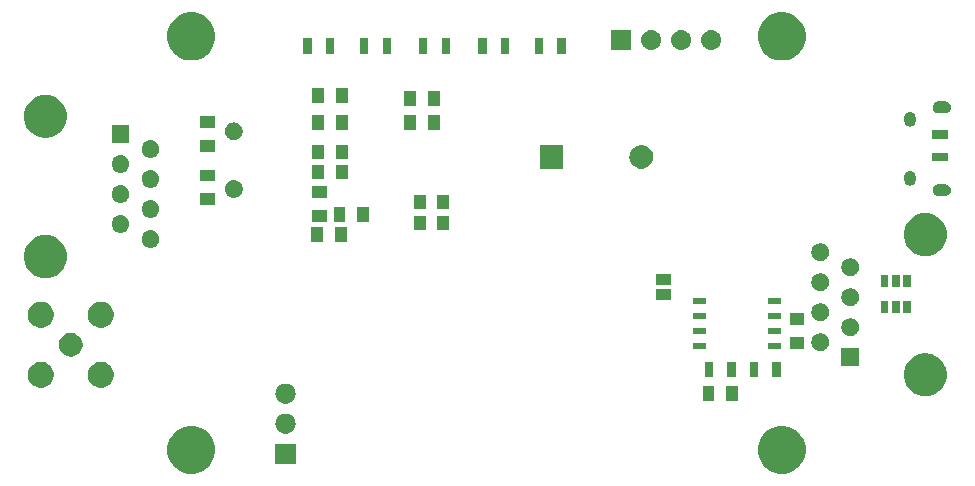
<source format=gbs>
G04 #@! TF.GenerationSoftware,KiCad,Pcbnew,5.0.1*
G04 #@! TF.CreationDate,2019-03-19T18:21:43+03:00*
G04 #@! TF.ProjectId,gps-timestamper,6770732D74696D657374616D7065722E,rev?*
G04 #@! TF.SameCoordinates,Original*
G04 #@! TF.FileFunction,Soldermask,Bot*
G04 #@! TF.FilePolarity,Negative*
%FSLAX46Y46*%
G04 Gerber Fmt 4.6, Leading zero omitted, Abs format (unit mm)*
G04 Created by KiCad (PCBNEW 5.0.1) date Вт 19 мар 2019 18:21:43*
%MOMM*%
%LPD*%
G01*
G04 APERTURE LIST*
%ADD10C,0.100000*%
G04 APERTURE END LIST*
D10*
G36*
X88592712Y-58546088D02*
X88962510Y-58699263D01*
X88962513Y-58699265D01*
X89295325Y-58921643D01*
X89578357Y-59204675D01*
X89800735Y-59537487D01*
X89800737Y-59537490D01*
X89953912Y-59907288D01*
X90032000Y-60299864D01*
X90032000Y-60700136D01*
X89953912Y-61092712D01*
X89800737Y-61462510D01*
X89800735Y-61462513D01*
X89578357Y-61795325D01*
X89295325Y-62078357D01*
X88962513Y-62300735D01*
X88962510Y-62300737D01*
X88592712Y-62453912D01*
X88200136Y-62532000D01*
X87799864Y-62532000D01*
X87407288Y-62453912D01*
X87037490Y-62300737D01*
X87037487Y-62300735D01*
X86704675Y-62078357D01*
X86421643Y-61795325D01*
X86199265Y-61462513D01*
X86199263Y-61462510D01*
X86046088Y-61092712D01*
X85968000Y-60700136D01*
X85968000Y-60299864D01*
X86046088Y-59907288D01*
X86199263Y-59537490D01*
X86199265Y-59537487D01*
X86421643Y-59204675D01*
X86704675Y-58921643D01*
X87037487Y-58699265D01*
X87037490Y-58699263D01*
X87407288Y-58546088D01*
X87799864Y-58468000D01*
X88200136Y-58468000D01*
X88592712Y-58546088D01*
X88592712Y-58546088D01*
G37*
G36*
X38592712Y-58546088D02*
X38962510Y-58699263D01*
X38962513Y-58699265D01*
X39295325Y-58921643D01*
X39578357Y-59204675D01*
X39800735Y-59537487D01*
X39800737Y-59537490D01*
X39953912Y-59907288D01*
X40032000Y-60299864D01*
X40032000Y-60700136D01*
X39953912Y-61092712D01*
X39800737Y-61462510D01*
X39800735Y-61462513D01*
X39578357Y-61795325D01*
X39295325Y-62078357D01*
X38962513Y-62300735D01*
X38962510Y-62300737D01*
X38592712Y-62453912D01*
X38200136Y-62532000D01*
X37799864Y-62532000D01*
X37407288Y-62453912D01*
X37037490Y-62300737D01*
X37037487Y-62300735D01*
X36704675Y-62078357D01*
X36421643Y-61795325D01*
X36199265Y-61462513D01*
X36199263Y-61462510D01*
X36046088Y-61092712D01*
X35968000Y-60700136D01*
X35968000Y-60299864D01*
X36046088Y-59907288D01*
X36199263Y-59537490D01*
X36199265Y-59537487D01*
X36421643Y-59204675D01*
X36704675Y-58921643D01*
X37037487Y-58699265D01*
X37037490Y-58699263D01*
X37407288Y-58546088D01*
X37799864Y-58468000D01*
X38200136Y-58468000D01*
X38592712Y-58546088D01*
X38592712Y-58546088D01*
G37*
G36*
X46830000Y-61670000D02*
X45130000Y-61670000D01*
X45130000Y-59970000D01*
X46830000Y-59970000D01*
X46830000Y-61670000D01*
X46830000Y-61670000D01*
G37*
G36*
X46146630Y-57442299D02*
X46306855Y-57490903D01*
X46454520Y-57569831D01*
X46583949Y-57676051D01*
X46690169Y-57805480D01*
X46769097Y-57953145D01*
X46817701Y-58113370D01*
X46834112Y-58280000D01*
X46817701Y-58446630D01*
X46769097Y-58606855D01*
X46690169Y-58754520D01*
X46583949Y-58883949D01*
X46454520Y-58990169D01*
X46306855Y-59069097D01*
X46146630Y-59117701D01*
X46021752Y-59130000D01*
X45938248Y-59130000D01*
X45813370Y-59117701D01*
X45653145Y-59069097D01*
X45505480Y-58990169D01*
X45376051Y-58883949D01*
X45269831Y-58754520D01*
X45190903Y-58606855D01*
X45142299Y-58446630D01*
X45125888Y-58280000D01*
X45142299Y-58113370D01*
X45190903Y-57953145D01*
X45269831Y-57805480D01*
X45376051Y-57676051D01*
X45505480Y-57569831D01*
X45653145Y-57490903D01*
X45813370Y-57442299D01*
X45938248Y-57430000D01*
X46021752Y-57430000D01*
X46146630Y-57442299D01*
X46146630Y-57442299D01*
G37*
G36*
X46146630Y-54902299D02*
X46306855Y-54950903D01*
X46454520Y-55029831D01*
X46583949Y-55136051D01*
X46690169Y-55265480D01*
X46769097Y-55413145D01*
X46817701Y-55573370D01*
X46834112Y-55740000D01*
X46817701Y-55906630D01*
X46769097Y-56066855D01*
X46690169Y-56214520D01*
X46583949Y-56343949D01*
X46454520Y-56450169D01*
X46306855Y-56529097D01*
X46146630Y-56577701D01*
X46021752Y-56590000D01*
X45938248Y-56590000D01*
X45813370Y-56577701D01*
X45653145Y-56529097D01*
X45505480Y-56450169D01*
X45376051Y-56343949D01*
X45269831Y-56214520D01*
X45190903Y-56066855D01*
X45142299Y-55906630D01*
X45125888Y-55740000D01*
X45142299Y-55573370D01*
X45190903Y-55413145D01*
X45269831Y-55265480D01*
X45376051Y-55136051D01*
X45505480Y-55029831D01*
X45653145Y-54950903D01*
X45813370Y-54902299D01*
X45938248Y-54890000D01*
X46021752Y-54890000D01*
X46146630Y-54902299D01*
X46146630Y-54902299D01*
G37*
G36*
X82288000Y-56378000D02*
X81288000Y-56378000D01*
X81288000Y-55128000D01*
X82288000Y-55128000D01*
X82288000Y-56378000D01*
X82288000Y-56378000D01*
G37*
G36*
X84288000Y-56378000D02*
X83288000Y-56378000D01*
X83288000Y-55128000D01*
X84288000Y-55128000D01*
X84288000Y-56378000D01*
X84288000Y-56378000D01*
G37*
G36*
X100506040Y-52350067D02*
X100682333Y-52385134D01*
X101014461Y-52522706D01*
X101311356Y-52721085D01*
X101313372Y-52722432D01*
X101567568Y-52976628D01*
X101567570Y-52976631D01*
X101767294Y-53275539D01*
X101904866Y-53607667D01*
X101975000Y-53960253D01*
X101975000Y-54319747D01*
X101904866Y-54672333D01*
X101767294Y-55004461D01*
X101638158Y-55197727D01*
X101567568Y-55303372D01*
X101313372Y-55557568D01*
X101313369Y-55557570D01*
X101014461Y-55757294D01*
X100682333Y-55894866D01*
X100506040Y-55929933D01*
X100329748Y-55965000D01*
X99970252Y-55965000D01*
X99793960Y-55929933D01*
X99617667Y-55894866D01*
X99285539Y-55757294D01*
X98986631Y-55557570D01*
X98986628Y-55557568D01*
X98732432Y-55303372D01*
X98661842Y-55197727D01*
X98532706Y-55004461D01*
X98395134Y-54672333D01*
X98325000Y-54319747D01*
X98325000Y-53960253D01*
X98395134Y-53607667D01*
X98532706Y-53275539D01*
X98732430Y-52976631D01*
X98732432Y-52976628D01*
X98986628Y-52722432D01*
X98988644Y-52721085D01*
X99285539Y-52522706D01*
X99617667Y-52385134D01*
X99793960Y-52350067D01*
X99970252Y-52315000D01*
X100329748Y-52315000D01*
X100506040Y-52350067D01*
X100506040Y-52350067D01*
G37*
G36*
X25580857Y-53082272D02*
X25781042Y-53165191D01*
X25781045Y-53165193D01*
X25946191Y-53275540D01*
X25961213Y-53285578D01*
X26114422Y-53438787D01*
X26234809Y-53618958D01*
X26317728Y-53819143D01*
X26360000Y-54031658D01*
X26360000Y-54248342D01*
X26317728Y-54460857D01*
X26234809Y-54661042D01*
X26114422Y-54841213D01*
X25961213Y-54994422D01*
X25961210Y-54994424D01*
X25961209Y-54994425D01*
X25781045Y-55114807D01*
X25781042Y-55114809D01*
X25580857Y-55197728D01*
X25368342Y-55240000D01*
X25151658Y-55240000D01*
X24939143Y-55197728D01*
X24738958Y-55114809D01*
X24738955Y-55114807D01*
X24558791Y-54994425D01*
X24558790Y-54994424D01*
X24558787Y-54994422D01*
X24405578Y-54841213D01*
X24285191Y-54661042D01*
X24202272Y-54460857D01*
X24160000Y-54248342D01*
X24160000Y-54031658D01*
X24202272Y-53819143D01*
X24285191Y-53618958D01*
X24405578Y-53438787D01*
X24558787Y-53285578D01*
X24573810Y-53275540D01*
X24738955Y-53165193D01*
X24738958Y-53165191D01*
X24939143Y-53082272D01*
X25151658Y-53040000D01*
X25368342Y-53040000D01*
X25580857Y-53082272D01*
X25580857Y-53082272D01*
G37*
G36*
X30660857Y-53082272D02*
X30861042Y-53165191D01*
X30861045Y-53165193D01*
X31026191Y-53275540D01*
X31041213Y-53285578D01*
X31194422Y-53438787D01*
X31314809Y-53618958D01*
X31397728Y-53819143D01*
X31440000Y-54031658D01*
X31440000Y-54248342D01*
X31397728Y-54460857D01*
X31314809Y-54661042D01*
X31194422Y-54841213D01*
X31041213Y-54994422D01*
X31041210Y-54994424D01*
X31041209Y-54994425D01*
X30861045Y-55114807D01*
X30861042Y-55114809D01*
X30660857Y-55197728D01*
X30448342Y-55240000D01*
X30231658Y-55240000D01*
X30019143Y-55197728D01*
X29818958Y-55114809D01*
X29818955Y-55114807D01*
X29638791Y-54994425D01*
X29638790Y-54994424D01*
X29638787Y-54994422D01*
X29485578Y-54841213D01*
X29365191Y-54661042D01*
X29282272Y-54460857D01*
X29240000Y-54248342D01*
X29240000Y-54031658D01*
X29282272Y-53819143D01*
X29365191Y-53618958D01*
X29485578Y-53438787D01*
X29638787Y-53285578D01*
X29653810Y-53275540D01*
X29818955Y-53165193D01*
X29818958Y-53165191D01*
X30019143Y-53082272D01*
X30231658Y-53040000D01*
X30448342Y-53040000D01*
X30660857Y-53082272D01*
X30660857Y-53082272D01*
G37*
G36*
X86014000Y-54371000D02*
X85314000Y-54371000D01*
X85314000Y-53071000D01*
X86014000Y-53071000D01*
X86014000Y-54371000D01*
X86014000Y-54371000D01*
G37*
G36*
X87914000Y-54371000D02*
X87214000Y-54371000D01*
X87214000Y-53071000D01*
X87914000Y-53071000D01*
X87914000Y-54371000D01*
X87914000Y-54371000D01*
G37*
G36*
X84104000Y-54371000D02*
X83404000Y-54371000D01*
X83404000Y-53071000D01*
X84104000Y-53071000D01*
X84104000Y-54371000D01*
X84104000Y-54371000D01*
G37*
G36*
X82204000Y-54371000D02*
X81504000Y-54371000D01*
X81504000Y-53071000D01*
X82204000Y-53071000D01*
X82204000Y-54371000D01*
X82204000Y-54371000D01*
G37*
G36*
X94550000Y-53400000D02*
X93050000Y-53400000D01*
X93050000Y-51900000D01*
X94550000Y-51900000D01*
X94550000Y-53400000D01*
X94550000Y-53400000D01*
G37*
G36*
X27975770Y-50615372D02*
X28091689Y-50638429D01*
X28273678Y-50713811D01*
X28437463Y-50823249D01*
X28576751Y-50962537D01*
X28686189Y-51126322D01*
X28761571Y-51308311D01*
X28800000Y-51501509D01*
X28800000Y-51698491D01*
X28761571Y-51891689D01*
X28686189Y-52073678D01*
X28576751Y-52237463D01*
X28437463Y-52376751D01*
X28273678Y-52486189D01*
X28091689Y-52561571D01*
X27975770Y-52584628D01*
X27898493Y-52600000D01*
X27701507Y-52600000D01*
X27624230Y-52584628D01*
X27508311Y-52561571D01*
X27326322Y-52486189D01*
X27162537Y-52376751D01*
X27023249Y-52237463D01*
X26913811Y-52073678D01*
X26838429Y-51891689D01*
X26800000Y-51698491D01*
X26800000Y-51501509D01*
X26838429Y-51308311D01*
X26913811Y-51126322D01*
X27023249Y-50962537D01*
X27162537Y-50823249D01*
X27326322Y-50713811D01*
X27508311Y-50638429D01*
X27624230Y-50615372D01*
X27701507Y-50600000D01*
X27898493Y-50600000D01*
X27975770Y-50615372D01*
X27975770Y-50615372D01*
G37*
G36*
X91406318Y-50644411D02*
X91478767Y-50658822D01*
X91512995Y-50673000D01*
X91615257Y-50715358D01*
X91738100Y-50797439D01*
X91842561Y-50901900D01*
X91924642Y-51024743D01*
X91981178Y-51161234D01*
X92010000Y-51306130D01*
X92010000Y-51453870D01*
X91981178Y-51598766D01*
X91924642Y-51735257D01*
X91842561Y-51858100D01*
X91738100Y-51962561D01*
X91615257Y-52044642D01*
X91545157Y-52073678D01*
X91478767Y-52101178D01*
X91406318Y-52115589D01*
X91333870Y-52130000D01*
X91186130Y-52130000D01*
X91113682Y-52115589D01*
X91041233Y-52101178D01*
X90974843Y-52073678D01*
X90904743Y-52044642D01*
X90781900Y-51962561D01*
X90677439Y-51858100D01*
X90595358Y-51735257D01*
X90538822Y-51598766D01*
X90510000Y-51453870D01*
X90510000Y-51306130D01*
X90538822Y-51161234D01*
X90595358Y-51024743D01*
X90677439Y-50901900D01*
X90781900Y-50797439D01*
X90904743Y-50715358D01*
X91007005Y-50673000D01*
X91041233Y-50658822D01*
X91113682Y-50644411D01*
X91186130Y-50630000D01*
X91333870Y-50630000D01*
X91406318Y-50644411D01*
X91406318Y-50644411D01*
G37*
G36*
X81597500Y-51943000D02*
X80454500Y-51943000D01*
X80454500Y-51435000D01*
X81597500Y-51435000D01*
X81597500Y-51943000D01*
X81597500Y-51943000D01*
G37*
G36*
X87947500Y-51943000D02*
X86804500Y-51943000D01*
X86804500Y-51435000D01*
X87947500Y-51435000D01*
X87947500Y-51943000D01*
X87947500Y-51943000D01*
G37*
G36*
X89906000Y-51935000D02*
X88656000Y-51935000D01*
X88656000Y-50935000D01*
X89906000Y-50935000D01*
X89906000Y-51935000D01*
X89906000Y-51935000D01*
G37*
G36*
X93946318Y-49374411D02*
X94018767Y-49388822D01*
X94052995Y-49403000D01*
X94155257Y-49445358D01*
X94278100Y-49527439D01*
X94382561Y-49631900D01*
X94464642Y-49754743D01*
X94497760Y-49834697D01*
X94521178Y-49891233D01*
X94525791Y-49914425D01*
X94550000Y-50036130D01*
X94550000Y-50183870D01*
X94521178Y-50328766D01*
X94464642Y-50465257D01*
X94382561Y-50588100D01*
X94278100Y-50692561D01*
X94155257Y-50774642D01*
X94075303Y-50807760D01*
X94018767Y-50831178D01*
X93946318Y-50845589D01*
X93873870Y-50860000D01*
X93726130Y-50860000D01*
X93653682Y-50845589D01*
X93581233Y-50831178D01*
X93524697Y-50807760D01*
X93444743Y-50774642D01*
X93321900Y-50692561D01*
X93217439Y-50588100D01*
X93135358Y-50465257D01*
X93078822Y-50328766D01*
X93050000Y-50183870D01*
X93050000Y-50036130D01*
X93074209Y-49914425D01*
X93078822Y-49891233D01*
X93102240Y-49834697D01*
X93135358Y-49754743D01*
X93217439Y-49631900D01*
X93321900Y-49527439D01*
X93444743Y-49445358D01*
X93547005Y-49403000D01*
X93581233Y-49388822D01*
X93653682Y-49374411D01*
X93726130Y-49360000D01*
X93873870Y-49360000D01*
X93946318Y-49374411D01*
X93946318Y-49374411D01*
G37*
G36*
X87947500Y-50673000D02*
X86804500Y-50673000D01*
X86804500Y-50165000D01*
X87947500Y-50165000D01*
X87947500Y-50673000D01*
X87947500Y-50673000D01*
G37*
G36*
X81597500Y-50673000D02*
X80454500Y-50673000D01*
X80454500Y-50165000D01*
X81597500Y-50165000D01*
X81597500Y-50673000D01*
X81597500Y-50673000D01*
G37*
G36*
X30660857Y-48002272D02*
X30861042Y-48085191D01*
X30861045Y-48085193D01*
X30995988Y-48175359D01*
X31041213Y-48205578D01*
X31194422Y-48358787D01*
X31314809Y-48538958D01*
X31397728Y-48739143D01*
X31440000Y-48951658D01*
X31440000Y-49168342D01*
X31397728Y-49380857D01*
X31314809Y-49581042D01*
X31194422Y-49761213D01*
X31041213Y-49914422D01*
X30861042Y-50034809D01*
X30660857Y-50117728D01*
X30448342Y-50160000D01*
X30231658Y-50160000D01*
X30019143Y-50117728D01*
X29818958Y-50034809D01*
X29638787Y-49914422D01*
X29485578Y-49761213D01*
X29365191Y-49581042D01*
X29282272Y-49380857D01*
X29240000Y-49168342D01*
X29240000Y-48951658D01*
X29282272Y-48739143D01*
X29365191Y-48538958D01*
X29485578Y-48358787D01*
X29638787Y-48205578D01*
X29684013Y-48175359D01*
X29818955Y-48085193D01*
X29818958Y-48085191D01*
X30019143Y-48002272D01*
X30231658Y-47960000D01*
X30448342Y-47960000D01*
X30660857Y-48002272D01*
X30660857Y-48002272D01*
G37*
G36*
X25580857Y-48002272D02*
X25781042Y-48085191D01*
X25781045Y-48085193D01*
X25915988Y-48175359D01*
X25961213Y-48205578D01*
X26114422Y-48358787D01*
X26234809Y-48538958D01*
X26317728Y-48739143D01*
X26360000Y-48951658D01*
X26360000Y-49168342D01*
X26317728Y-49380857D01*
X26234809Y-49581042D01*
X26114422Y-49761213D01*
X25961213Y-49914422D01*
X25781042Y-50034809D01*
X25580857Y-50117728D01*
X25368342Y-50160000D01*
X25151658Y-50160000D01*
X24939143Y-50117728D01*
X24738958Y-50034809D01*
X24558787Y-49914422D01*
X24405578Y-49761213D01*
X24285191Y-49581042D01*
X24202272Y-49380857D01*
X24160000Y-49168342D01*
X24160000Y-48951658D01*
X24202272Y-48739143D01*
X24285191Y-48538958D01*
X24405578Y-48358787D01*
X24558787Y-48205578D01*
X24604013Y-48175359D01*
X24738955Y-48085193D01*
X24738958Y-48085191D01*
X24939143Y-48002272D01*
X25151658Y-47960000D01*
X25368342Y-47960000D01*
X25580857Y-48002272D01*
X25580857Y-48002272D01*
G37*
G36*
X89906000Y-49935000D02*
X88656000Y-49935000D01*
X88656000Y-48935000D01*
X89906000Y-48935000D01*
X89906000Y-49935000D01*
X89906000Y-49935000D01*
G37*
G36*
X91406318Y-48104411D02*
X91478767Y-48118822D01*
X91512995Y-48133000D01*
X91615257Y-48175358D01*
X91738100Y-48257439D01*
X91842561Y-48361900D01*
X91924642Y-48484743D01*
X91981178Y-48621234D01*
X92010000Y-48766130D01*
X92010000Y-48913870D01*
X91981178Y-49058766D01*
X91924642Y-49195257D01*
X91842561Y-49318100D01*
X91738100Y-49422561D01*
X91615257Y-49504642D01*
X91535303Y-49537760D01*
X91478767Y-49561178D01*
X91406318Y-49575589D01*
X91333870Y-49590000D01*
X91186130Y-49590000D01*
X91113682Y-49575589D01*
X91041233Y-49561178D01*
X90984697Y-49537760D01*
X90904743Y-49504642D01*
X90781900Y-49422561D01*
X90677439Y-49318100D01*
X90595358Y-49195257D01*
X90538822Y-49058766D01*
X90510000Y-48913870D01*
X90510000Y-48766130D01*
X90538822Y-48621234D01*
X90595358Y-48484743D01*
X90677439Y-48361900D01*
X90781900Y-48257439D01*
X90904743Y-48175358D01*
X91007005Y-48133000D01*
X91041233Y-48118822D01*
X91113682Y-48104411D01*
X91186130Y-48090000D01*
X91333870Y-48090000D01*
X91406318Y-48104411D01*
X91406318Y-48104411D01*
G37*
G36*
X81597500Y-49403000D02*
X80454500Y-49403000D01*
X80454500Y-48895000D01*
X81597500Y-48895000D01*
X81597500Y-49403000D01*
X81597500Y-49403000D01*
G37*
G36*
X87947500Y-49403000D02*
X86804500Y-49403000D01*
X86804500Y-48895000D01*
X87947500Y-48895000D01*
X87947500Y-49403000D01*
X87947500Y-49403000D01*
G37*
G36*
X97025000Y-48930000D02*
X96375000Y-48930000D01*
X96375000Y-47870000D01*
X97025000Y-47870000D01*
X97025000Y-48930000D01*
X97025000Y-48930000D01*
G37*
G36*
X97975000Y-48930000D02*
X97325000Y-48930000D01*
X97325000Y-47870000D01*
X97975000Y-47870000D01*
X97975000Y-48930000D01*
X97975000Y-48930000D01*
G37*
G36*
X98925000Y-48930000D02*
X98275000Y-48930000D01*
X98275000Y-47870000D01*
X98925000Y-47870000D01*
X98925000Y-48930000D01*
X98925000Y-48930000D01*
G37*
G36*
X93946318Y-46834411D02*
X94018767Y-46848822D01*
X94075303Y-46872240D01*
X94155257Y-46905358D01*
X94278100Y-46987439D01*
X94382561Y-47091900D01*
X94464642Y-47214743D01*
X94497760Y-47294697D01*
X94521178Y-47351233D01*
X94550000Y-47496131D01*
X94550000Y-47643869D01*
X94521178Y-47788767D01*
X94497760Y-47845303D01*
X94464642Y-47925257D01*
X94382561Y-48048100D01*
X94278100Y-48152561D01*
X94155257Y-48234642D01*
X94075303Y-48267760D01*
X94018767Y-48291178D01*
X93946318Y-48305589D01*
X93873870Y-48320000D01*
X93726130Y-48320000D01*
X93653682Y-48305589D01*
X93581233Y-48291178D01*
X93524697Y-48267760D01*
X93444743Y-48234642D01*
X93321900Y-48152561D01*
X93217439Y-48048100D01*
X93135358Y-47925257D01*
X93102240Y-47845303D01*
X93078822Y-47788767D01*
X93050000Y-47643869D01*
X93050000Y-47496131D01*
X93078822Y-47351233D01*
X93102240Y-47294697D01*
X93135358Y-47214743D01*
X93217439Y-47091900D01*
X93321900Y-46987439D01*
X93444743Y-46905358D01*
X93524697Y-46872240D01*
X93581233Y-46848822D01*
X93653682Y-46834411D01*
X93726130Y-46820000D01*
X93873870Y-46820000D01*
X93946318Y-46834411D01*
X93946318Y-46834411D01*
G37*
G36*
X87947500Y-48133000D02*
X86804500Y-48133000D01*
X86804500Y-47625000D01*
X87947500Y-47625000D01*
X87947500Y-48133000D01*
X87947500Y-48133000D01*
G37*
G36*
X81597500Y-48133000D02*
X80454500Y-48133000D01*
X80454500Y-47625000D01*
X81597500Y-47625000D01*
X81597500Y-48133000D01*
X81597500Y-48133000D01*
G37*
G36*
X78585000Y-47825000D02*
X77315000Y-47825000D01*
X77315000Y-46855000D01*
X78585000Y-46855000D01*
X78585000Y-47825000D01*
X78585000Y-47825000D01*
G37*
G36*
X91406318Y-45564411D02*
X91478767Y-45578822D01*
X91535303Y-45602240D01*
X91615257Y-45635358D01*
X91738100Y-45717439D01*
X91842561Y-45821900D01*
X91924642Y-45944743D01*
X91981178Y-46081234D01*
X92010000Y-46226130D01*
X92010000Y-46373870D01*
X91981178Y-46518766D01*
X91924642Y-46655257D01*
X91842561Y-46778100D01*
X91738100Y-46882561D01*
X91615257Y-46964642D01*
X91535303Y-46997760D01*
X91478767Y-47021178D01*
X91406318Y-47035589D01*
X91333870Y-47050000D01*
X91186130Y-47050000D01*
X91113682Y-47035589D01*
X91041233Y-47021178D01*
X90984697Y-46997760D01*
X90904743Y-46964642D01*
X90781900Y-46882561D01*
X90677439Y-46778100D01*
X90595358Y-46655257D01*
X90538822Y-46518766D01*
X90510000Y-46373870D01*
X90510000Y-46226130D01*
X90538822Y-46081234D01*
X90595358Y-45944743D01*
X90677439Y-45821900D01*
X90781900Y-45717439D01*
X90904743Y-45635358D01*
X90984697Y-45602240D01*
X91041233Y-45578822D01*
X91113682Y-45564411D01*
X91186130Y-45550000D01*
X91333870Y-45550000D01*
X91406318Y-45564411D01*
X91406318Y-45564411D01*
G37*
G36*
X98925000Y-46730000D02*
X98275000Y-46730000D01*
X98275000Y-45670000D01*
X98925000Y-45670000D01*
X98925000Y-46730000D01*
X98925000Y-46730000D01*
G37*
G36*
X97975000Y-46730000D02*
X97325000Y-46730000D01*
X97325000Y-45670000D01*
X97975000Y-45670000D01*
X97975000Y-46730000D01*
X97975000Y-46730000D01*
G37*
G36*
X97025000Y-46730000D02*
X96375000Y-46730000D01*
X96375000Y-45670000D01*
X97025000Y-45670000D01*
X97025000Y-46730000D01*
X97025000Y-46730000D01*
G37*
G36*
X78585000Y-46545000D02*
X77315000Y-46545000D01*
X77315000Y-45575000D01*
X78585000Y-45575000D01*
X78585000Y-46545000D01*
X78585000Y-46545000D01*
G37*
G36*
X26006040Y-42340067D02*
X26182333Y-42375134D01*
X26514461Y-42512706D01*
X26811356Y-42711085D01*
X26813372Y-42712432D01*
X27067568Y-42966628D01*
X27067570Y-42966631D01*
X27267294Y-43265539D01*
X27404866Y-43597667D01*
X27404866Y-43597668D01*
X27475000Y-43950252D01*
X27475000Y-44309748D01*
X27463938Y-44365358D01*
X27404866Y-44662333D01*
X27267294Y-44994461D01*
X27194189Y-45103870D01*
X27067568Y-45293372D01*
X26813372Y-45547568D01*
X26813369Y-45547570D01*
X26514461Y-45747294D01*
X26182333Y-45884866D01*
X26006040Y-45919933D01*
X25829748Y-45955000D01*
X25470252Y-45955000D01*
X25293960Y-45919933D01*
X25117667Y-45884866D01*
X24785539Y-45747294D01*
X24486631Y-45547570D01*
X24486628Y-45547568D01*
X24232432Y-45293372D01*
X24105811Y-45103870D01*
X24032706Y-44994461D01*
X23895134Y-44662333D01*
X23836062Y-44365358D01*
X23825000Y-44309748D01*
X23825000Y-43950252D01*
X23895134Y-43597668D01*
X23895134Y-43597667D01*
X24032706Y-43265539D01*
X24232430Y-42966631D01*
X24232432Y-42966628D01*
X24486628Y-42712432D01*
X24488644Y-42711085D01*
X24785539Y-42512706D01*
X25117667Y-42375134D01*
X25293960Y-42340067D01*
X25470252Y-42305000D01*
X25829748Y-42305000D01*
X26006040Y-42340067D01*
X26006040Y-42340067D01*
G37*
G36*
X93946318Y-44294411D02*
X94018767Y-44308822D01*
X94075303Y-44332240D01*
X94155257Y-44365358D01*
X94278100Y-44447439D01*
X94382561Y-44551900D01*
X94464642Y-44674743D01*
X94521178Y-44811234D01*
X94550000Y-44956130D01*
X94550000Y-45103870D01*
X94521178Y-45248766D01*
X94464642Y-45385257D01*
X94382561Y-45508100D01*
X94278100Y-45612561D01*
X94155257Y-45694642D01*
X94075303Y-45727760D01*
X94018767Y-45751178D01*
X93946318Y-45765589D01*
X93873870Y-45780000D01*
X93726130Y-45780000D01*
X93653682Y-45765589D01*
X93581233Y-45751178D01*
X93524697Y-45727760D01*
X93444743Y-45694642D01*
X93321900Y-45612561D01*
X93217439Y-45508100D01*
X93135358Y-45385257D01*
X93078822Y-45248766D01*
X93050000Y-45103870D01*
X93050000Y-44956130D01*
X93078822Y-44811234D01*
X93135358Y-44674743D01*
X93217439Y-44551900D01*
X93321900Y-44447439D01*
X93444743Y-44365358D01*
X93524697Y-44332240D01*
X93581233Y-44308822D01*
X93653682Y-44294411D01*
X93726130Y-44280000D01*
X93873870Y-44280000D01*
X93946318Y-44294411D01*
X93946318Y-44294411D01*
G37*
G36*
X91406318Y-43024411D02*
X91478767Y-43038822D01*
X91535303Y-43062240D01*
X91615257Y-43095358D01*
X91738100Y-43177439D01*
X91842561Y-43281900D01*
X91924642Y-43404743D01*
X91981178Y-43541234D01*
X92010000Y-43686130D01*
X92010000Y-43833870D01*
X91981178Y-43978766D01*
X91924642Y-44115257D01*
X91842561Y-44238100D01*
X91738100Y-44342561D01*
X91615257Y-44424642D01*
X91535303Y-44457760D01*
X91478767Y-44481178D01*
X91406318Y-44495589D01*
X91333870Y-44510000D01*
X91186130Y-44510000D01*
X91113682Y-44495589D01*
X91041233Y-44481178D01*
X90984697Y-44457760D01*
X90904743Y-44424642D01*
X90781900Y-44342561D01*
X90677439Y-44238100D01*
X90595358Y-44115257D01*
X90538822Y-43978766D01*
X90510000Y-43833870D01*
X90510000Y-43686130D01*
X90538822Y-43541234D01*
X90595358Y-43404743D01*
X90677439Y-43281900D01*
X90781900Y-43177439D01*
X90904743Y-43095358D01*
X90984697Y-43062240D01*
X91041233Y-43038822D01*
X91113682Y-43024411D01*
X91186130Y-43010000D01*
X91333870Y-43010000D01*
X91406318Y-43024411D01*
X91406318Y-43024411D01*
G37*
G36*
X100506040Y-40480067D02*
X100682333Y-40515134D01*
X101014461Y-40652706D01*
X101181985Y-40764642D01*
X101313372Y-40852432D01*
X101567568Y-41106628D01*
X101567570Y-41106631D01*
X101767294Y-41405539D01*
X101899726Y-41725258D01*
X101904866Y-41737668D01*
X101968473Y-42057437D01*
X101975000Y-42090253D01*
X101975000Y-42449747D01*
X101904866Y-42802333D01*
X101767294Y-43134461D01*
X101615806Y-43361178D01*
X101567568Y-43433372D01*
X101313372Y-43687568D01*
X101313369Y-43687570D01*
X101014461Y-43887294D01*
X100682333Y-44024866D01*
X100506040Y-44059933D01*
X100329748Y-44095000D01*
X99970252Y-44095000D01*
X99793960Y-44059933D01*
X99617667Y-44024866D01*
X99285539Y-43887294D01*
X98986631Y-43687570D01*
X98986628Y-43687568D01*
X98732432Y-43433372D01*
X98684194Y-43361178D01*
X98532706Y-43134461D01*
X98395134Y-42802333D01*
X98325000Y-42449747D01*
X98325000Y-42090253D01*
X98331528Y-42057437D01*
X98395134Y-41737668D01*
X98400274Y-41725258D01*
X98532706Y-41405539D01*
X98732430Y-41106631D01*
X98732432Y-41106628D01*
X98986628Y-40852432D01*
X99118015Y-40764642D01*
X99285539Y-40652706D01*
X99617667Y-40515134D01*
X99793960Y-40480067D01*
X99970252Y-40445000D01*
X100329748Y-40445000D01*
X100506040Y-40480067D01*
X100506040Y-40480067D01*
G37*
G36*
X34686318Y-41904411D02*
X34758767Y-41918822D01*
X34815303Y-41942240D01*
X34895257Y-41975358D01*
X35018100Y-42057439D01*
X35122561Y-42161900D01*
X35204642Y-42284743D01*
X35237760Y-42364697D01*
X35261178Y-42421233D01*
X35290000Y-42566131D01*
X35290000Y-42713869D01*
X35261178Y-42858767D01*
X35237760Y-42915303D01*
X35204642Y-42995257D01*
X35122561Y-43118100D01*
X35018100Y-43222561D01*
X34895257Y-43304642D01*
X34815303Y-43337760D01*
X34758767Y-43361178D01*
X34686318Y-43375589D01*
X34613870Y-43390000D01*
X34466130Y-43390000D01*
X34393682Y-43375589D01*
X34321233Y-43361178D01*
X34264697Y-43337760D01*
X34184743Y-43304642D01*
X34061900Y-43222561D01*
X33957439Y-43118100D01*
X33875358Y-42995257D01*
X33842240Y-42915303D01*
X33818822Y-42858767D01*
X33790000Y-42713869D01*
X33790000Y-42566131D01*
X33818822Y-42421233D01*
X33842240Y-42364697D01*
X33875358Y-42284743D01*
X33957439Y-42161900D01*
X34061900Y-42057439D01*
X34184743Y-41975358D01*
X34264697Y-41942240D01*
X34321233Y-41918822D01*
X34393682Y-41904411D01*
X34466130Y-41890000D01*
X34613870Y-41890000D01*
X34686318Y-41904411D01*
X34686318Y-41904411D01*
G37*
G36*
X49150000Y-42900000D02*
X48150000Y-42900000D01*
X48150000Y-41650000D01*
X49150000Y-41650000D01*
X49150000Y-42900000D01*
X49150000Y-42900000D01*
G37*
G36*
X51150000Y-42900000D02*
X50150000Y-42900000D01*
X50150000Y-41650000D01*
X51150000Y-41650000D01*
X51150000Y-42900000D01*
X51150000Y-42900000D01*
G37*
G36*
X32146318Y-40634411D02*
X32218767Y-40648822D01*
X32275303Y-40672240D01*
X32355257Y-40705358D01*
X32478100Y-40787439D01*
X32582561Y-40891900D01*
X32664642Y-41014743D01*
X32697760Y-41094697D01*
X32721178Y-41151233D01*
X32730878Y-41200000D01*
X32750000Y-41296130D01*
X32750000Y-41443870D01*
X32721178Y-41588766D01*
X32664642Y-41725257D01*
X32582561Y-41848100D01*
X32478100Y-41952561D01*
X32355257Y-42034642D01*
X32275303Y-42067760D01*
X32218767Y-42091178D01*
X32146318Y-42105589D01*
X32073870Y-42120000D01*
X31926130Y-42120000D01*
X31853682Y-42105589D01*
X31781233Y-42091178D01*
X31724697Y-42067760D01*
X31644743Y-42034642D01*
X31521900Y-41952561D01*
X31417439Y-41848100D01*
X31335358Y-41725257D01*
X31278822Y-41588766D01*
X31250000Y-41443870D01*
X31250000Y-41296130D01*
X31269122Y-41200000D01*
X31278822Y-41151233D01*
X31302240Y-41094697D01*
X31335358Y-41014743D01*
X31417439Y-40891900D01*
X31521900Y-40787439D01*
X31644743Y-40705358D01*
X31724697Y-40672240D01*
X31781233Y-40648822D01*
X31853682Y-40634411D01*
X31926130Y-40620000D01*
X32073870Y-40620000D01*
X32146318Y-40634411D01*
X32146318Y-40634411D01*
G37*
G36*
X57850000Y-41925000D02*
X56850000Y-41925000D01*
X56850000Y-40675000D01*
X57850000Y-40675000D01*
X57850000Y-41925000D01*
X57850000Y-41925000D01*
G37*
G36*
X59850000Y-41925000D02*
X58850000Y-41925000D01*
X58850000Y-40675000D01*
X59850000Y-40675000D01*
X59850000Y-41925000D01*
X59850000Y-41925000D01*
G37*
G36*
X53050000Y-41200000D02*
X52050000Y-41200000D01*
X52050000Y-39950000D01*
X53050000Y-39950000D01*
X53050000Y-41200000D01*
X53050000Y-41200000D01*
G37*
G36*
X51050000Y-41200000D02*
X50050000Y-41200000D01*
X50050000Y-39950000D01*
X51050000Y-39950000D01*
X51050000Y-41200000D01*
X51050000Y-41200000D01*
G37*
G36*
X49475000Y-41175000D02*
X48225000Y-41175000D01*
X48225000Y-40175000D01*
X49475000Y-40175000D01*
X49475000Y-41175000D01*
X49475000Y-41175000D01*
G37*
G36*
X34686318Y-39364411D02*
X34758767Y-39378822D01*
X34815303Y-39402240D01*
X34895257Y-39435358D01*
X35018100Y-39517439D01*
X35122561Y-39621900D01*
X35204642Y-39744743D01*
X35261178Y-39881234D01*
X35290000Y-40026130D01*
X35290000Y-40173870D01*
X35261178Y-40318766D01*
X35204642Y-40455257D01*
X35122561Y-40578100D01*
X35018100Y-40682561D01*
X34895257Y-40764642D01*
X34815303Y-40797760D01*
X34758767Y-40821178D01*
X34686318Y-40835589D01*
X34613870Y-40850000D01*
X34466130Y-40850000D01*
X34393682Y-40835589D01*
X34321233Y-40821178D01*
X34264697Y-40797760D01*
X34184743Y-40764642D01*
X34061900Y-40682561D01*
X33957439Y-40578100D01*
X33875358Y-40455257D01*
X33818822Y-40318766D01*
X33790000Y-40173870D01*
X33790000Y-40026130D01*
X33818822Y-39881234D01*
X33875358Y-39744743D01*
X33957439Y-39621900D01*
X34061900Y-39517439D01*
X34184743Y-39435358D01*
X34264697Y-39402240D01*
X34321233Y-39378822D01*
X34393682Y-39364411D01*
X34466130Y-39350000D01*
X34613870Y-39350000D01*
X34686318Y-39364411D01*
X34686318Y-39364411D01*
G37*
G36*
X59850000Y-40150000D02*
X58850000Y-40150000D01*
X58850000Y-38900000D01*
X59850000Y-38900000D01*
X59850000Y-40150000D01*
X59850000Y-40150000D01*
G37*
G36*
X57850000Y-40150000D02*
X56850000Y-40150000D01*
X56850000Y-38900000D01*
X57850000Y-38900000D01*
X57850000Y-40150000D01*
X57850000Y-40150000D01*
G37*
G36*
X39975000Y-39775000D02*
X38725000Y-39775000D01*
X38725000Y-38775000D01*
X39975000Y-38775000D01*
X39975000Y-39775000D01*
X39975000Y-39775000D01*
G37*
G36*
X32085201Y-38082254D02*
X32218767Y-38108822D01*
X32275303Y-38132240D01*
X32355257Y-38165358D01*
X32478100Y-38247439D01*
X32582561Y-38351900D01*
X32664642Y-38474743D01*
X32697760Y-38554697D01*
X32721178Y-38611233D01*
X32750000Y-38756131D01*
X32750000Y-38903869D01*
X32721178Y-39048767D01*
X32712531Y-39069642D01*
X32664642Y-39185257D01*
X32582561Y-39308100D01*
X32478100Y-39412561D01*
X32355257Y-39494642D01*
X32275303Y-39527760D01*
X32218767Y-39551178D01*
X32146318Y-39565589D01*
X32073870Y-39580000D01*
X31926130Y-39580000D01*
X31853682Y-39565589D01*
X31781233Y-39551178D01*
X31724697Y-39527760D01*
X31644743Y-39494642D01*
X31521900Y-39412561D01*
X31417439Y-39308100D01*
X31335358Y-39185257D01*
X31287469Y-39069642D01*
X31278822Y-39048767D01*
X31250000Y-38903869D01*
X31250000Y-38756131D01*
X31278822Y-38611233D01*
X31302240Y-38554697D01*
X31335358Y-38474743D01*
X31417439Y-38351900D01*
X31521900Y-38247439D01*
X31644743Y-38165358D01*
X31724697Y-38132240D01*
X31781233Y-38108822D01*
X31914799Y-38082254D01*
X31926130Y-38080000D01*
X32073870Y-38080000D01*
X32085201Y-38082254D01*
X32085201Y-38082254D01*
G37*
G36*
X49475000Y-39175000D02*
X48225000Y-39175000D01*
X48225000Y-38175000D01*
X49475000Y-38175000D01*
X49475000Y-39175000D01*
X49475000Y-39175000D01*
G37*
G36*
X41746318Y-37669411D02*
X41818767Y-37683822D01*
X41875303Y-37707240D01*
X41955257Y-37740358D01*
X42078100Y-37822439D01*
X42182561Y-37926900D01*
X42264642Y-38049743D01*
X42281717Y-38090966D01*
X42312532Y-38165359D01*
X42321178Y-38186234D01*
X42350000Y-38331130D01*
X42350000Y-38478870D01*
X42321178Y-38623766D01*
X42264642Y-38760257D01*
X42182561Y-38883100D01*
X42078100Y-38987561D01*
X41955257Y-39069642D01*
X41875303Y-39102760D01*
X41818767Y-39126178D01*
X41746318Y-39140589D01*
X41673870Y-39155000D01*
X41526130Y-39155000D01*
X41453682Y-39140589D01*
X41381233Y-39126178D01*
X41324697Y-39102760D01*
X41244743Y-39069642D01*
X41121900Y-38987561D01*
X41017439Y-38883100D01*
X40935358Y-38760257D01*
X40878822Y-38623766D01*
X40850000Y-38478870D01*
X40850000Y-38331130D01*
X40878822Y-38186234D01*
X40887469Y-38165359D01*
X40918283Y-38090966D01*
X40935358Y-38049743D01*
X41017439Y-37926900D01*
X41121900Y-37822439D01*
X41244743Y-37740358D01*
X41324697Y-37707240D01*
X41381233Y-37683822D01*
X41453682Y-37669411D01*
X41526130Y-37655000D01*
X41673870Y-37655000D01*
X41746318Y-37669411D01*
X41746318Y-37669411D01*
G37*
G36*
X101923015Y-38007234D02*
X102017268Y-38035825D01*
X102037912Y-38046860D01*
X102104129Y-38082254D01*
X102180264Y-38144736D01*
X102242746Y-38220871D01*
X102256946Y-38247437D01*
X102289175Y-38307732D01*
X102317766Y-38401985D01*
X102327419Y-38500000D01*
X102317766Y-38598015D01*
X102289175Y-38692268D01*
X102264357Y-38738697D01*
X102242746Y-38779129D01*
X102180264Y-38855264D01*
X102104129Y-38917746D01*
X102063697Y-38939357D01*
X102017268Y-38964175D01*
X101923015Y-38992766D01*
X101849564Y-39000000D01*
X101250436Y-39000000D01*
X101176985Y-38992766D01*
X101082732Y-38964175D01*
X101036303Y-38939357D01*
X100995871Y-38917746D01*
X100919736Y-38855264D01*
X100857254Y-38779129D01*
X100835643Y-38738697D01*
X100810825Y-38692268D01*
X100782234Y-38598015D01*
X100772581Y-38500000D01*
X100782234Y-38401985D01*
X100810825Y-38307732D01*
X100843054Y-38247437D01*
X100857254Y-38220871D01*
X100919736Y-38144736D01*
X100995871Y-38082254D01*
X101062088Y-38046860D01*
X101082732Y-38035825D01*
X101176985Y-38007234D01*
X101250436Y-38000000D01*
X101849564Y-38000000D01*
X101923015Y-38007234D01*
X101923015Y-38007234D01*
G37*
G36*
X34686318Y-36824411D02*
X34758767Y-36838822D01*
X34815303Y-36862240D01*
X34895257Y-36895358D01*
X35018100Y-36977439D01*
X35122561Y-37081900D01*
X35204642Y-37204743D01*
X35226239Y-37256884D01*
X35255145Y-37326667D01*
X35261178Y-37341234D01*
X35290000Y-37486130D01*
X35290000Y-37633870D01*
X35261178Y-37778766D01*
X35204642Y-37915257D01*
X35122561Y-38038100D01*
X35018100Y-38142561D01*
X34895257Y-38224642D01*
X34815303Y-38257760D01*
X34758767Y-38281178D01*
X34686318Y-38295589D01*
X34613870Y-38310000D01*
X34466130Y-38310000D01*
X34393682Y-38295589D01*
X34321233Y-38281178D01*
X34264697Y-38257760D01*
X34184743Y-38224642D01*
X34061900Y-38142561D01*
X33957439Y-38038100D01*
X33875358Y-37915257D01*
X33818822Y-37778766D01*
X33790000Y-37633870D01*
X33790000Y-37486130D01*
X33818822Y-37341234D01*
X33824856Y-37326667D01*
X33853761Y-37256884D01*
X33875358Y-37204743D01*
X33957439Y-37081900D01*
X34061900Y-36977439D01*
X34184743Y-36895358D01*
X34264697Y-36862240D01*
X34321233Y-36838822D01*
X34393682Y-36824411D01*
X34466130Y-36810000D01*
X34613870Y-36810000D01*
X34686318Y-36824411D01*
X34686318Y-36824411D01*
G37*
G36*
X98943116Y-36881873D02*
X98987570Y-36895358D01*
X99032658Y-36909035D01*
X99115173Y-36953140D01*
X99187501Y-37012499D01*
X99246860Y-37084827D01*
X99290965Y-37167342D01*
X99290966Y-37167346D01*
X99318127Y-37256884D01*
X99325000Y-37326668D01*
X99325000Y-37673332D01*
X99318399Y-37740359D01*
X99318127Y-37743115D01*
X99290965Y-37832658D01*
X99246860Y-37915173D01*
X99187504Y-37987498D01*
X99187502Y-37987499D01*
X99187501Y-37987501D01*
X99115173Y-38046859D01*
X99115169Y-38046861D01*
X99115168Y-38046862D01*
X99032657Y-38090965D01*
X98995680Y-38102182D01*
X98943115Y-38118127D01*
X98850000Y-38127298D01*
X98756884Y-38118127D01*
X98704319Y-38102182D01*
X98667342Y-38090965D01*
X98584827Y-38046860D01*
X98512502Y-37987504D01*
X98512501Y-37987502D01*
X98512499Y-37987501D01*
X98453141Y-37915173D01*
X98453138Y-37915168D01*
X98409035Y-37832657D01*
X98391545Y-37775000D01*
X98381873Y-37743115D01*
X98375000Y-37673331D01*
X98375000Y-37326668D01*
X98381873Y-37256884D01*
X98397690Y-37204743D01*
X98409034Y-37167345D01*
X98453142Y-37084826D01*
X98512500Y-37012499D01*
X98584828Y-36953140D01*
X98667343Y-36909035D01*
X98712431Y-36895358D01*
X98756885Y-36881873D01*
X98850000Y-36872702D01*
X98943116Y-36881873D01*
X98943116Y-36881873D01*
G37*
G36*
X39975000Y-37775000D02*
X38725000Y-37775000D01*
X38725000Y-36775000D01*
X39975000Y-36775000D01*
X39975000Y-37775000D01*
X39975000Y-37775000D01*
G37*
G36*
X49250000Y-37600000D02*
X48250000Y-37600000D01*
X48250000Y-36350000D01*
X49250000Y-36350000D01*
X49250000Y-37600000D01*
X49250000Y-37600000D01*
G37*
G36*
X51250000Y-37600000D02*
X50250000Y-37600000D01*
X50250000Y-36350000D01*
X51250000Y-36350000D01*
X51250000Y-37600000D01*
X51250000Y-37600000D01*
G37*
G36*
X32146318Y-35554411D02*
X32218767Y-35568822D01*
X32275303Y-35592240D01*
X32355257Y-35625358D01*
X32478100Y-35707439D01*
X32582561Y-35811900D01*
X32664642Y-35934743D01*
X32721178Y-36071234D01*
X32750000Y-36216130D01*
X32750000Y-36363870D01*
X32721178Y-36508766D01*
X32664642Y-36645257D01*
X32582561Y-36768100D01*
X32478100Y-36872561D01*
X32355257Y-36954642D01*
X32275303Y-36987760D01*
X32218767Y-37011178D01*
X32146318Y-37025589D01*
X32073870Y-37040000D01*
X31926130Y-37040000D01*
X31853682Y-37025589D01*
X31781233Y-37011178D01*
X31724697Y-36987760D01*
X31644743Y-36954642D01*
X31521900Y-36872561D01*
X31417439Y-36768100D01*
X31335358Y-36645257D01*
X31278822Y-36508766D01*
X31250000Y-36363870D01*
X31250000Y-36216130D01*
X31278822Y-36071234D01*
X31335358Y-35934743D01*
X31417439Y-35811900D01*
X31521900Y-35707439D01*
X31644743Y-35625358D01*
X31724697Y-35592240D01*
X31781233Y-35568822D01*
X31853682Y-35554411D01*
X31926130Y-35540000D01*
X32073870Y-35540000D01*
X32146318Y-35554411D01*
X32146318Y-35554411D01*
G37*
G36*
X69500000Y-36700000D02*
X67500000Y-36700000D01*
X67500000Y-34700000D01*
X69500000Y-34700000D01*
X69500000Y-36700000D01*
X69500000Y-36700000D01*
G37*
G36*
X76275770Y-34715372D02*
X76391689Y-34738429D01*
X76573678Y-34813811D01*
X76737463Y-34923249D01*
X76876751Y-35062537D01*
X76986189Y-35226322D01*
X77061571Y-35408311D01*
X77079430Y-35498097D01*
X77100000Y-35601507D01*
X77100000Y-35798493D01*
X77084628Y-35875770D01*
X77061571Y-35991689D01*
X76986189Y-36173678D01*
X76876751Y-36337463D01*
X76737463Y-36476751D01*
X76573678Y-36586189D01*
X76391689Y-36661571D01*
X76275770Y-36684628D01*
X76198493Y-36700000D01*
X76001507Y-36700000D01*
X75924230Y-36684628D01*
X75808311Y-36661571D01*
X75626322Y-36586189D01*
X75462537Y-36476751D01*
X75323249Y-36337463D01*
X75213811Y-36173678D01*
X75138429Y-35991689D01*
X75115372Y-35875770D01*
X75100000Y-35798493D01*
X75100000Y-35601507D01*
X75120570Y-35498097D01*
X75138429Y-35408311D01*
X75213811Y-35226322D01*
X75323249Y-35062537D01*
X75462537Y-34923249D01*
X75626322Y-34813811D01*
X75808311Y-34738429D01*
X75924230Y-34715372D01*
X76001507Y-34700000D01*
X76198493Y-34700000D01*
X76275770Y-34715372D01*
X76275770Y-34715372D01*
G37*
G36*
X102050000Y-36050000D02*
X100750000Y-36050000D01*
X100750000Y-35350000D01*
X102050000Y-35350000D01*
X102050000Y-36050000D01*
X102050000Y-36050000D01*
G37*
G36*
X51250000Y-35900000D02*
X50250000Y-35900000D01*
X50250000Y-34650000D01*
X51250000Y-34650000D01*
X51250000Y-35900000D01*
X51250000Y-35900000D01*
G37*
G36*
X49250000Y-35900000D02*
X48250000Y-35900000D01*
X48250000Y-34650000D01*
X49250000Y-34650000D01*
X49250000Y-35900000D01*
X49250000Y-35900000D01*
G37*
G36*
X34639006Y-34275000D02*
X34758767Y-34298822D01*
X34815303Y-34322240D01*
X34895257Y-34355358D01*
X35018100Y-34437439D01*
X35122561Y-34541900D01*
X35204642Y-34664743D01*
X35261178Y-34801234D01*
X35285449Y-34923249D01*
X35290000Y-34946131D01*
X35290000Y-35093869D01*
X35261178Y-35238767D01*
X35237760Y-35295303D01*
X35204642Y-35375257D01*
X35122561Y-35498100D01*
X35018100Y-35602561D01*
X34895257Y-35684642D01*
X34815303Y-35717760D01*
X34758767Y-35741178D01*
X34686318Y-35755589D01*
X34613870Y-35770000D01*
X34466130Y-35770000D01*
X34393682Y-35755589D01*
X34321233Y-35741178D01*
X34264697Y-35717760D01*
X34184743Y-35684642D01*
X34061900Y-35602561D01*
X33957439Y-35498100D01*
X33875358Y-35375257D01*
X33842240Y-35295303D01*
X33818822Y-35238767D01*
X33790000Y-35093869D01*
X33790000Y-34946131D01*
X33794552Y-34923249D01*
X33818822Y-34801234D01*
X33875358Y-34664743D01*
X33957439Y-34541900D01*
X34061900Y-34437439D01*
X34184743Y-34355358D01*
X34264697Y-34322240D01*
X34321233Y-34298822D01*
X34440994Y-34275000D01*
X34466130Y-34270000D01*
X34613870Y-34270000D01*
X34639006Y-34275000D01*
X34639006Y-34275000D01*
G37*
G36*
X39975000Y-35275000D02*
X38725000Y-35275000D01*
X38725000Y-34275000D01*
X39975000Y-34275000D01*
X39975000Y-35275000D01*
X39975000Y-35275000D01*
G37*
G36*
X32750000Y-34500000D02*
X31250000Y-34500000D01*
X31250000Y-33000000D01*
X32750000Y-33000000D01*
X32750000Y-34500000D01*
X32750000Y-34500000D01*
G37*
G36*
X41746318Y-32789411D02*
X41818767Y-32803822D01*
X41875303Y-32827240D01*
X41955257Y-32860358D01*
X42078100Y-32942439D01*
X42182561Y-33046900D01*
X42264642Y-33169743D01*
X42321178Y-33306234D01*
X42350000Y-33451130D01*
X42350000Y-33598870D01*
X42321178Y-33743766D01*
X42264642Y-33880257D01*
X42182561Y-34003100D01*
X42078100Y-34107561D01*
X41955257Y-34189642D01*
X41875303Y-34222760D01*
X41818767Y-34246178D01*
X41746318Y-34260589D01*
X41673870Y-34275000D01*
X41526130Y-34275000D01*
X41453682Y-34260589D01*
X41381233Y-34246178D01*
X41324697Y-34222760D01*
X41244743Y-34189642D01*
X41121900Y-34107561D01*
X41017439Y-34003100D01*
X40935358Y-33880257D01*
X40878822Y-33743766D01*
X40850000Y-33598870D01*
X40850000Y-33451130D01*
X40878822Y-33306234D01*
X40935358Y-33169743D01*
X41017439Y-33046900D01*
X41121900Y-32942439D01*
X41244743Y-32860358D01*
X41324697Y-32827240D01*
X41381233Y-32803822D01*
X41453682Y-32789411D01*
X41526130Y-32775000D01*
X41673870Y-32775000D01*
X41746318Y-32789411D01*
X41746318Y-32789411D01*
G37*
G36*
X102050000Y-34150000D02*
X100750000Y-34150000D01*
X100750000Y-33450000D01*
X102050000Y-33450000D01*
X102050000Y-34150000D01*
X102050000Y-34150000D01*
G37*
G36*
X26006040Y-30470067D02*
X26182333Y-30505134D01*
X26514461Y-30642706D01*
X26811356Y-30841085D01*
X26813372Y-30842432D01*
X27067568Y-31096628D01*
X27067570Y-31096631D01*
X27267294Y-31395539D01*
X27390203Y-31692268D01*
X27404866Y-31727668D01*
X27457598Y-31992765D01*
X27475000Y-32080253D01*
X27475000Y-32439747D01*
X27404866Y-32792333D01*
X27267294Y-33124461D01*
X27166707Y-33275000D01*
X27067568Y-33423372D01*
X26813372Y-33677568D01*
X26813369Y-33677570D01*
X26514461Y-33877294D01*
X26182333Y-34014866D01*
X26006040Y-34049933D01*
X25829748Y-34085000D01*
X25470252Y-34085000D01*
X25293960Y-34049933D01*
X25117667Y-34014866D01*
X24785539Y-33877294D01*
X24486631Y-33677570D01*
X24486628Y-33677568D01*
X24232432Y-33423372D01*
X24133293Y-33275000D01*
X24032706Y-33124461D01*
X23895134Y-32792333D01*
X23825000Y-32439747D01*
X23825000Y-32080253D01*
X23842403Y-31992765D01*
X23895134Y-31727668D01*
X23909797Y-31692268D01*
X24032706Y-31395539D01*
X24232430Y-31096631D01*
X24232432Y-31096628D01*
X24486628Y-30842432D01*
X24488644Y-30841085D01*
X24785539Y-30642706D01*
X25117667Y-30505134D01*
X25293960Y-30470067D01*
X25470252Y-30435000D01*
X25829748Y-30435000D01*
X26006040Y-30470067D01*
X26006040Y-30470067D01*
G37*
G36*
X49250000Y-33400000D02*
X48250000Y-33400000D01*
X48250000Y-32150000D01*
X49250000Y-32150000D01*
X49250000Y-33400000D01*
X49250000Y-33400000D01*
G37*
G36*
X59050000Y-33400000D02*
X58050000Y-33400000D01*
X58050000Y-32150000D01*
X59050000Y-32150000D01*
X59050000Y-33400000D01*
X59050000Y-33400000D01*
G37*
G36*
X57050000Y-33400000D02*
X56050000Y-33400000D01*
X56050000Y-32150000D01*
X57050000Y-32150000D01*
X57050000Y-33400000D01*
X57050000Y-33400000D01*
G37*
G36*
X51250000Y-33400000D02*
X50250000Y-33400000D01*
X50250000Y-32150000D01*
X51250000Y-32150000D01*
X51250000Y-33400000D01*
X51250000Y-33400000D01*
G37*
G36*
X39975000Y-33275000D02*
X38725000Y-33275000D01*
X38725000Y-32275000D01*
X39975000Y-32275000D01*
X39975000Y-33275000D01*
X39975000Y-33275000D01*
G37*
G36*
X98943116Y-31881873D02*
X98995681Y-31897818D01*
X99032658Y-31909035D01*
X99115173Y-31953140D01*
X99187501Y-32012499D01*
X99246860Y-32084827D01*
X99290965Y-32167342D01*
X99318127Y-32256885D01*
X99325000Y-32326668D01*
X99325000Y-32673333D01*
X99318127Y-32743115D01*
X99290965Y-32832658D01*
X99246860Y-32915173D01*
X99187504Y-32987498D01*
X99187502Y-32987499D01*
X99187501Y-32987501D01*
X99115173Y-33046859D01*
X99115169Y-33046861D01*
X99115168Y-33046862D01*
X99032657Y-33090965D01*
X98995680Y-33102182D01*
X98943115Y-33118127D01*
X98850000Y-33127298D01*
X98756884Y-33118127D01*
X98704319Y-33102182D01*
X98667342Y-33090965D01*
X98584827Y-33046860D01*
X98512502Y-32987504D01*
X98512501Y-32987502D01*
X98512499Y-32987501D01*
X98453141Y-32915173D01*
X98453138Y-32915168D01*
X98409035Y-32832657D01*
X98391545Y-32775000D01*
X98381873Y-32743115D01*
X98375000Y-32673331D01*
X98375000Y-32326668D01*
X98381873Y-32256884D01*
X98387001Y-32239979D01*
X98409034Y-32167345D01*
X98453142Y-32084826D01*
X98512500Y-32012499D01*
X98584828Y-31953140D01*
X98667343Y-31909035D01*
X98704320Y-31897818D01*
X98756885Y-31881873D01*
X98850000Y-31872702D01*
X98943116Y-31881873D01*
X98943116Y-31881873D01*
G37*
G36*
X101923015Y-31007234D02*
X102017268Y-31035825D01*
X102063697Y-31060643D01*
X102104129Y-31082254D01*
X102125753Y-31100000D01*
X102180264Y-31144736D01*
X102242745Y-31220870D01*
X102289175Y-31307732D01*
X102317766Y-31401985D01*
X102327419Y-31500000D01*
X102317766Y-31598015D01*
X102289175Y-31692268D01*
X102270253Y-31727667D01*
X102242746Y-31779129D01*
X102180264Y-31855264D01*
X102104129Y-31917746D01*
X102063697Y-31939357D01*
X102017268Y-31964175D01*
X101923015Y-31992766D01*
X101849564Y-32000000D01*
X101250436Y-32000000D01*
X101176985Y-31992766D01*
X101082732Y-31964175D01*
X101036303Y-31939357D01*
X100995871Y-31917746D01*
X100919736Y-31855264D01*
X100857254Y-31779129D01*
X100829747Y-31727667D01*
X100810825Y-31692268D01*
X100782234Y-31598015D01*
X100772581Y-31500000D01*
X100782234Y-31401985D01*
X100810825Y-31307732D01*
X100857255Y-31220870D01*
X100919736Y-31144736D01*
X100974247Y-31100000D01*
X100995871Y-31082254D01*
X101036303Y-31060643D01*
X101082732Y-31035825D01*
X101176985Y-31007234D01*
X101250436Y-31000000D01*
X101849564Y-31000000D01*
X101923015Y-31007234D01*
X101923015Y-31007234D01*
G37*
G36*
X57050000Y-31400000D02*
X56050000Y-31400000D01*
X56050000Y-30150000D01*
X57050000Y-30150000D01*
X57050000Y-31400000D01*
X57050000Y-31400000D01*
G37*
G36*
X59050000Y-31400000D02*
X58050000Y-31400000D01*
X58050000Y-30150000D01*
X59050000Y-30150000D01*
X59050000Y-31400000D01*
X59050000Y-31400000D01*
G37*
G36*
X49250000Y-31100000D02*
X48250000Y-31100000D01*
X48250000Y-29850000D01*
X49250000Y-29850000D01*
X49250000Y-31100000D01*
X49250000Y-31100000D01*
G37*
G36*
X51250000Y-31100000D02*
X50250000Y-31100000D01*
X50250000Y-29850000D01*
X51250000Y-29850000D01*
X51250000Y-31100000D01*
X51250000Y-31100000D01*
G37*
G36*
X88592712Y-23546088D02*
X88962510Y-23699263D01*
X88962513Y-23699265D01*
X89295325Y-23921643D01*
X89578357Y-24204675D01*
X89800735Y-24537487D01*
X89800737Y-24537490D01*
X89953912Y-24907288D01*
X90032000Y-25299864D01*
X90032000Y-25700136D01*
X89953912Y-26092712D01*
X89800737Y-26462510D01*
X89800735Y-26462513D01*
X89578357Y-26795325D01*
X89295325Y-27078357D01*
X88962513Y-27300735D01*
X88962510Y-27300737D01*
X88592712Y-27453912D01*
X88200136Y-27532000D01*
X87799864Y-27532000D01*
X87407288Y-27453912D01*
X87037490Y-27300737D01*
X87037487Y-27300735D01*
X86704675Y-27078357D01*
X86421643Y-26795325D01*
X86199265Y-26462513D01*
X86199263Y-26462510D01*
X86046088Y-26092712D01*
X85968000Y-25700136D01*
X85968000Y-25299864D01*
X86046088Y-24907288D01*
X86199263Y-24537490D01*
X86199265Y-24537487D01*
X86421643Y-24204675D01*
X86704675Y-23921643D01*
X87037487Y-23699265D01*
X87037490Y-23699263D01*
X87407288Y-23546088D01*
X87799864Y-23468000D01*
X88200136Y-23468000D01*
X88592712Y-23546088D01*
X88592712Y-23546088D01*
G37*
G36*
X38592712Y-23546088D02*
X38962510Y-23699263D01*
X38962513Y-23699265D01*
X39295325Y-23921643D01*
X39578357Y-24204675D01*
X39800735Y-24537487D01*
X39800737Y-24537490D01*
X39953912Y-24907288D01*
X40032000Y-25299864D01*
X40032000Y-25700136D01*
X39953912Y-26092712D01*
X39800737Y-26462510D01*
X39800735Y-26462513D01*
X39578357Y-26795325D01*
X39295325Y-27078357D01*
X38962513Y-27300735D01*
X38962510Y-27300737D01*
X38592712Y-27453912D01*
X38200136Y-27532000D01*
X37799864Y-27532000D01*
X37407288Y-27453912D01*
X37037490Y-27300737D01*
X37037487Y-27300735D01*
X36704675Y-27078357D01*
X36421643Y-26795325D01*
X36199265Y-26462513D01*
X36199263Y-26462510D01*
X36046088Y-26092712D01*
X35968000Y-25700136D01*
X35968000Y-25299864D01*
X36046088Y-24907288D01*
X36199263Y-24537490D01*
X36199265Y-24537487D01*
X36421643Y-24204675D01*
X36704675Y-23921643D01*
X37037487Y-23699265D01*
X37037490Y-23699263D01*
X37407288Y-23546088D01*
X37799864Y-23468000D01*
X38200136Y-23468000D01*
X38592712Y-23546088D01*
X38592712Y-23546088D01*
G37*
G36*
X69700000Y-26950000D02*
X69000000Y-26950000D01*
X69000000Y-25650000D01*
X69700000Y-25650000D01*
X69700000Y-26950000D01*
X69700000Y-26950000D01*
G37*
G36*
X63000000Y-26950000D02*
X62300000Y-26950000D01*
X62300000Y-25650000D01*
X63000000Y-25650000D01*
X63000000Y-26950000D01*
X63000000Y-26950000D01*
G37*
G36*
X59900000Y-26950000D02*
X59200000Y-26950000D01*
X59200000Y-25650000D01*
X59900000Y-25650000D01*
X59900000Y-26950000D01*
X59900000Y-26950000D01*
G37*
G36*
X58000000Y-26950000D02*
X57300000Y-26950000D01*
X57300000Y-25650000D01*
X58000000Y-25650000D01*
X58000000Y-26950000D01*
X58000000Y-26950000D01*
G37*
G36*
X67800000Y-26950000D02*
X67100000Y-26950000D01*
X67100000Y-25650000D01*
X67800000Y-25650000D01*
X67800000Y-26950000D01*
X67800000Y-26950000D01*
G37*
G36*
X54900000Y-26950000D02*
X54200000Y-26950000D01*
X54200000Y-25650000D01*
X54900000Y-25650000D01*
X54900000Y-26950000D01*
X54900000Y-26950000D01*
G37*
G36*
X53000000Y-26950000D02*
X52300000Y-26950000D01*
X52300000Y-25650000D01*
X53000000Y-25650000D01*
X53000000Y-26950000D01*
X53000000Y-26950000D01*
G37*
G36*
X50100000Y-26950000D02*
X49400000Y-26950000D01*
X49400000Y-25650000D01*
X50100000Y-25650000D01*
X50100000Y-26950000D01*
X50100000Y-26950000D01*
G37*
G36*
X48200000Y-26950000D02*
X47500000Y-26950000D01*
X47500000Y-25650000D01*
X48200000Y-25650000D01*
X48200000Y-26950000D01*
X48200000Y-26950000D01*
G37*
G36*
X64900000Y-26950000D02*
X64200000Y-26950000D01*
X64200000Y-25650000D01*
X64900000Y-25650000D01*
X64900000Y-26950000D01*
X64900000Y-26950000D01*
G37*
G36*
X82186630Y-24962299D02*
X82346855Y-25010903D01*
X82494520Y-25089831D01*
X82623949Y-25196051D01*
X82730169Y-25325480D01*
X82809097Y-25473145D01*
X82857701Y-25633370D01*
X82874112Y-25800000D01*
X82857701Y-25966630D01*
X82809097Y-26126855D01*
X82730169Y-26274520D01*
X82623949Y-26403949D01*
X82494520Y-26510169D01*
X82346855Y-26589097D01*
X82186630Y-26637701D01*
X82061752Y-26650000D01*
X81978248Y-26650000D01*
X81853370Y-26637701D01*
X81693145Y-26589097D01*
X81545480Y-26510169D01*
X81416051Y-26403949D01*
X81309831Y-26274520D01*
X81230903Y-26126855D01*
X81182299Y-25966630D01*
X81165888Y-25800000D01*
X81182299Y-25633370D01*
X81230903Y-25473145D01*
X81309831Y-25325480D01*
X81416051Y-25196051D01*
X81545480Y-25089831D01*
X81693145Y-25010903D01*
X81853370Y-24962299D01*
X81978248Y-24950000D01*
X82061752Y-24950000D01*
X82186630Y-24962299D01*
X82186630Y-24962299D01*
G37*
G36*
X79646630Y-24962299D02*
X79806855Y-25010903D01*
X79954520Y-25089831D01*
X80083949Y-25196051D01*
X80190169Y-25325480D01*
X80269097Y-25473145D01*
X80317701Y-25633370D01*
X80334112Y-25800000D01*
X80317701Y-25966630D01*
X80269097Y-26126855D01*
X80190169Y-26274520D01*
X80083949Y-26403949D01*
X79954520Y-26510169D01*
X79806855Y-26589097D01*
X79646630Y-26637701D01*
X79521752Y-26650000D01*
X79438248Y-26650000D01*
X79313370Y-26637701D01*
X79153145Y-26589097D01*
X79005480Y-26510169D01*
X78876051Y-26403949D01*
X78769831Y-26274520D01*
X78690903Y-26126855D01*
X78642299Y-25966630D01*
X78625888Y-25800000D01*
X78642299Y-25633370D01*
X78690903Y-25473145D01*
X78769831Y-25325480D01*
X78876051Y-25196051D01*
X79005480Y-25089831D01*
X79153145Y-25010903D01*
X79313370Y-24962299D01*
X79438248Y-24950000D01*
X79521752Y-24950000D01*
X79646630Y-24962299D01*
X79646630Y-24962299D01*
G37*
G36*
X77106630Y-24962299D02*
X77266855Y-25010903D01*
X77414520Y-25089831D01*
X77543949Y-25196051D01*
X77650169Y-25325480D01*
X77729097Y-25473145D01*
X77777701Y-25633370D01*
X77794112Y-25800000D01*
X77777701Y-25966630D01*
X77729097Y-26126855D01*
X77650169Y-26274520D01*
X77543949Y-26403949D01*
X77414520Y-26510169D01*
X77266855Y-26589097D01*
X77106630Y-26637701D01*
X76981752Y-26650000D01*
X76898248Y-26650000D01*
X76773370Y-26637701D01*
X76613145Y-26589097D01*
X76465480Y-26510169D01*
X76336051Y-26403949D01*
X76229831Y-26274520D01*
X76150903Y-26126855D01*
X76102299Y-25966630D01*
X76085888Y-25800000D01*
X76102299Y-25633370D01*
X76150903Y-25473145D01*
X76229831Y-25325480D01*
X76336051Y-25196051D01*
X76465480Y-25089831D01*
X76613145Y-25010903D01*
X76773370Y-24962299D01*
X76898248Y-24950000D01*
X76981752Y-24950000D01*
X77106630Y-24962299D01*
X77106630Y-24962299D01*
G37*
G36*
X75250000Y-26650000D02*
X73550000Y-26650000D01*
X73550000Y-24950000D01*
X75250000Y-24950000D01*
X75250000Y-26650000D01*
X75250000Y-26650000D01*
G37*
M02*

</source>
